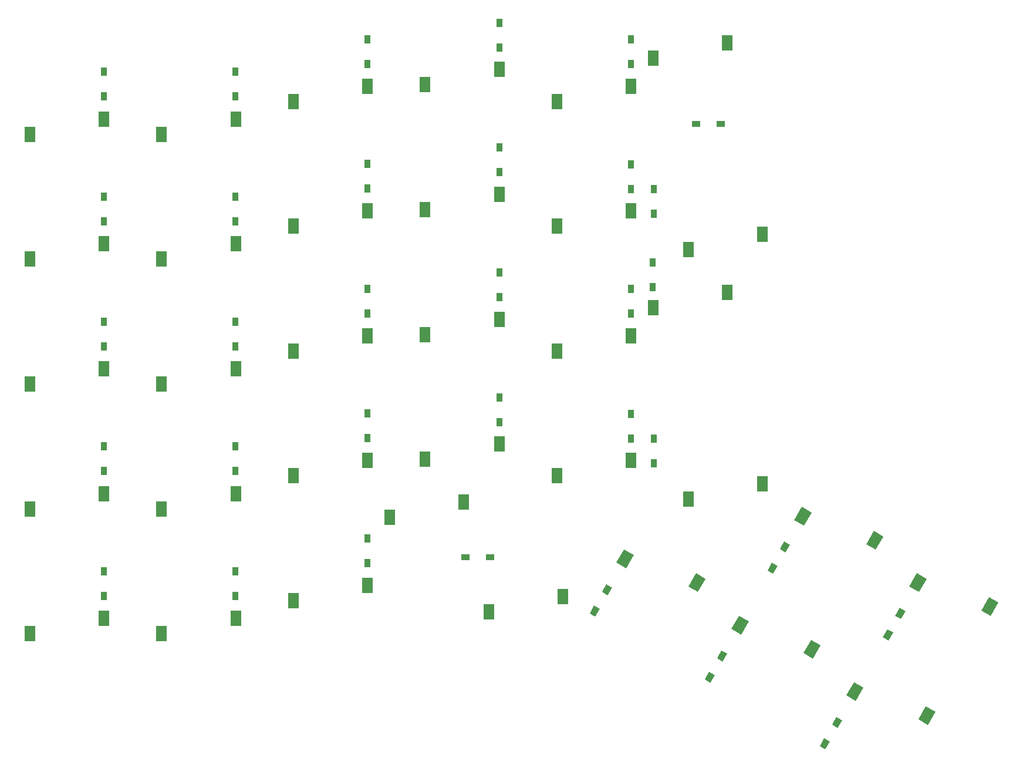
<source format=gtp>
G04 #@! TF.GenerationSoftware,KiCad,Pcbnew,(5.1.9-0-10_14)*
G04 #@! TF.CreationDate,2021-11-12T15:23:44+01:00*
G04 #@! TF.ProjectId,tairakb,74616972-616b-4622-9e6b-696361645f70,1.1*
G04 #@! TF.SameCoordinates,Original*
G04 #@! TF.FileFunction,Paste,Top*
G04 #@! TF.FilePolarity,Positive*
%FSLAX46Y46*%
G04 Gerber Fmt 4.6, Leading zero omitted, Abs format (unit mm)*
G04 Created by KiCad (PCBNEW (5.1.9-0-10_14)) date 2021-11-12 15:23:44*
%MOMM*%
%LPD*%
G01*
G04 APERTURE LIST*
%ADD10C,0.100000*%
%ADD11R,0.950000X1.300000*%
%ADD12R,1.300000X0.950000*%
%ADD13R,1.600000X2.200000*%
G04 APERTURE END LIST*
D10*
G36*
X199208862Y-148559612D02*
G01*
X198386138Y-148084612D01*
X199036138Y-146958778D01*
X199858862Y-147433778D01*
X199208862Y-148559612D01*
G37*
G36*
X200983862Y-145485222D02*
G01*
X200161138Y-145010222D01*
X200811138Y-143884388D01*
X201633862Y-144359388D01*
X200983862Y-145485222D01*
G37*
G36*
X208314862Y-132847612D02*
G01*
X207492138Y-132372612D01*
X208142138Y-131246778D01*
X208964862Y-131721778D01*
X208314862Y-132847612D01*
G37*
G36*
X210089862Y-129773222D02*
G01*
X209267138Y-129298222D01*
X209917138Y-128172388D01*
X210739862Y-128647388D01*
X210089862Y-129773222D01*
G37*
G36*
X191676862Y-123238612D02*
G01*
X190854138Y-122763612D01*
X191504138Y-121637778D01*
X192326862Y-122112778D01*
X191676862Y-123238612D01*
G37*
G36*
X193451862Y-120164222D02*
G01*
X192629138Y-119689222D01*
X193279138Y-118563388D01*
X194101862Y-119038388D01*
X193451862Y-120164222D01*
G37*
G36*
X182616862Y-138957612D02*
G01*
X181794138Y-138482612D01*
X182444138Y-137356778D01*
X183266862Y-137831778D01*
X182616862Y-138957612D01*
G37*
G36*
X184391862Y-135883222D02*
G01*
X183569138Y-135408222D01*
X184219138Y-134282388D01*
X185041862Y-134757388D01*
X184391862Y-135883222D01*
G37*
D11*
X174431000Y-103785000D03*
X174431000Y-107335000D03*
X174259000Y-78352000D03*
X174259000Y-81902000D03*
X174431000Y-67785000D03*
X174431000Y-71335000D03*
D12*
X180511000Y-58331000D03*
X184061000Y-58331000D03*
D10*
G36*
X166023862Y-129431612D02*
G01*
X165201138Y-128956612D01*
X165851138Y-127830778D01*
X166673862Y-128305778D01*
X166023862Y-129431612D01*
G37*
G36*
X167798862Y-126357222D02*
G01*
X166976138Y-125882222D01*
X167626138Y-124756388D01*
X168448862Y-125231388D01*
X167798862Y-126357222D01*
G37*
D11*
X171132000Y-100177000D03*
X171132000Y-103727000D03*
X171132000Y-82177000D03*
X171132000Y-85727000D03*
X171132000Y-64177000D03*
X171132000Y-67727000D03*
X171132000Y-46177000D03*
X171132000Y-49727000D03*
D12*
X147243000Y-120856000D03*
X150793000Y-120856000D03*
D11*
X152150000Y-97795000D03*
X152150000Y-101345000D03*
X152150000Y-79795000D03*
X152150000Y-83345000D03*
X152150000Y-61795000D03*
X152150000Y-65345000D03*
X152150000Y-43795000D03*
X152150000Y-47345000D03*
X133133000Y-118140000D03*
X133133000Y-121690000D03*
X133133000Y-100140000D03*
X133133000Y-103690000D03*
X133133000Y-82140000D03*
X133133000Y-85690000D03*
X133133000Y-64140000D03*
X133133000Y-67690000D03*
X133133000Y-46140000D03*
X133133000Y-49690000D03*
X114118000Y-122865000D03*
X114118000Y-126415000D03*
X114118000Y-104865000D03*
X114118000Y-108415000D03*
X114118000Y-86865000D03*
X114118000Y-90415000D03*
X114118000Y-68865000D03*
X114118000Y-72415000D03*
X114118000Y-50865000D03*
X114118000Y-54415000D03*
X95118000Y-122865000D03*
X95118000Y-126415000D03*
X95118000Y-104865000D03*
X95118000Y-108415000D03*
X95118000Y-86865000D03*
X95118000Y-90415000D03*
X95118000Y-68865000D03*
X95118000Y-72415000D03*
X95118000Y-50865000D03*
X95118000Y-54415000D03*
D10*
G36*
X202225579Y-140788334D02*
G01*
X203325579Y-138883078D01*
X204711219Y-139683078D01*
X203611219Y-141588334D01*
X202225579Y-140788334D01*
G37*
G36*
X212592051Y-144233078D02*
G01*
X213692051Y-142327822D01*
X215077691Y-143127822D01*
X213977691Y-145033078D01*
X212592051Y-144233078D01*
G37*
G36*
X194725579Y-115508334D02*
G01*
X195825579Y-113603078D01*
X197211219Y-114403078D01*
X196111219Y-116308334D01*
X194725579Y-115508334D01*
G37*
G36*
X205092051Y-118953078D02*
G01*
X206192051Y-117047822D01*
X207577691Y-117847822D01*
X206477691Y-119753078D01*
X205092051Y-118953078D01*
G37*
D13*
X161341000Y-126560000D03*
X150641000Y-128760000D03*
X133145000Y-52913000D03*
X122445000Y-55113000D03*
D10*
G36*
X211295579Y-125070334D02*
G01*
X212395579Y-123165078D01*
X213781219Y-123965078D01*
X212681219Y-125870334D01*
X211295579Y-125070334D01*
G37*
G36*
X221662051Y-128515078D02*
G01*
X222762051Y-126609822D01*
X224147691Y-127409822D01*
X223047691Y-129315078D01*
X221662051Y-128515078D01*
G37*
G36*
X185655579Y-131219334D02*
G01*
X186755579Y-129314078D01*
X188141219Y-130114078D01*
X187041219Y-132019334D01*
X185655579Y-131219334D01*
G37*
G36*
X196022051Y-134664078D02*
G01*
X197122051Y-132758822D01*
X198507691Y-133558822D01*
X197407691Y-135464078D01*
X196022051Y-134664078D01*
G37*
D13*
X190145000Y-110294000D03*
X179445000Y-112494000D03*
X174345000Y-84894000D03*
X185045000Y-82694000D03*
X190145000Y-74294000D03*
X179445000Y-76494000D03*
X174345000Y-48894000D03*
X185045000Y-46694000D03*
D10*
G36*
X169070579Y-121634334D02*
G01*
X170170579Y-119729078D01*
X171556219Y-120529078D01*
X170456219Y-122434334D01*
X169070579Y-121634334D01*
G37*
G36*
X179437051Y-125079078D02*
G01*
X180537051Y-123173822D01*
X181922691Y-123973822D01*
X180822691Y-125879078D01*
X179437051Y-125079078D01*
G37*
D13*
X171145000Y-106913000D03*
X160445000Y-109113000D03*
X171145000Y-88913000D03*
X160445000Y-91113000D03*
X171145000Y-70913000D03*
X160445000Y-73113000D03*
X171145000Y-52913000D03*
X160445000Y-55113000D03*
X136345000Y-115132000D03*
X147045000Y-112932000D03*
X152145000Y-104532000D03*
X141445000Y-106732000D03*
X152145000Y-86532000D03*
X141445000Y-88732000D03*
X152145000Y-68532000D03*
X141445000Y-70732000D03*
X152145000Y-50532000D03*
X141445000Y-52732000D03*
X133145000Y-124913000D03*
X122445000Y-127113000D03*
X133145000Y-106913000D03*
X122445000Y-109113000D03*
X133145000Y-88913000D03*
X122445000Y-91113000D03*
X133145000Y-70913000D03*
X122445000Y-73113000D03*
X114145000Y-129675000D03*
X103445000Y-131875000D03*
X114145000Y-111675000D03*
X103445000Y-113875000D03*
X114145000Y-93675000D03*
X103445000Y-95875000D03*
X114145000Y-75675000D03*
X103445000Y-77875000D03*
X114145000Y-57675000D03*
X103445000Y-59875000D03*
X95145000Y-129675000D03*
X84445000Y-131875000D03*
X95145000Y-111675000D03*
X84445000Y-113875000D03*
X95145000Y-93675000D03*
X84445000Y-95875000D03*
X95145000Y-75675000D03*
X84445000Y-77875000D03*
X95145000Y-57675000D03*
X84445000Y-59875000D03*
M02*

</source>
